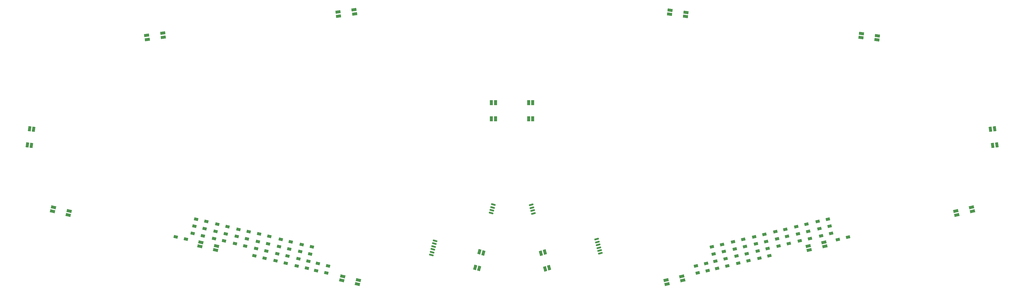
<source format=gbr>
%TF.GenerationSoftware,KiCad,Pcbnew,(6.0.1)*%
%TF.CreationDate,2022-02-27T14:39:43+09:00*%
%TF.ProjectId,ergotonic_f24,6572676f-746f-46e6-9963-5f6632342e6b,rev?*%
%TF.SameCoordinates,Original*%
%TF.FileFunction,Paste,Top*%
%TF.FilePolarity,Positive*%
%FSLAX46Y46*%
G04 Gerber Fmt 4.6, Leading zero omitted, Abs format (unit mm)*
G04 Created by KiCad (PCBNEW (6.0.1)) date 2022-02-27 14:39:43*
%MOMM*%
%LPD*%
G01*
G04 APERTURE LIST*
G04 Aperture macros list*
%AMRoundRect*
0 Rectangle with rounded corners*
0 $1 Rounding radius*
0 $2 $3 $4 $5 $6 $7 $8 $9 X,Y pos of 4 corners*
0 Add a 4 corners polygon primitive as box body*
4,1,4,$2,$3,$4,$5,$6,$7,$8,$9,$2,$3,0*
0 Add four circle primitives for the rounded corners*
1,1,$1+$1,$2,$3*
1,1,$1+$1,$4,$5*
1,1,$1+$1,$6,$7*
1,1,$1+$1,$8,$9*
0 Add four rect primitives between the rounded corners*
20,1,$1+$1,$2,$3,$4,$5,0*
20,1,$1+$1,$4,$5,$6,$7,0*
20,1,$1+$1,$6,$7,$8,$9,0*
20,1,$1+$1,$8,$9,$2,$3,0*%
%AMRotRect*
0 Rectangle, with rotation*
0 The origin of the aperture is its center*
0 $1 length*
0 $2 width*
0 $3 Rotation angle, in degrees counterclockwise*
0 Add horizontal line*
21,1,$1,$2,0,0,$3*%
G04 Aperture macros list end*
%ADD10RotRect,1.400000X1.000000X166.500000*%
%ADD11RotRect,1.400000X1.000000X193.500000*%
%ADD12RotRect,1.700000X1.000000X262.000000*%
%ADD13RotRect,1.700000X1.000000X285.120000*%
%ADD14RotRect,1.700000X1.000000X352.000000*%
%ADD15RoundRect,0.150000X0.642490X0.018219X0.564237X0.307833X-0.642490X-0.018219X-0.564237X-0.307833X0*%
%ADD16RotRect,1.700000X1.000000X8.000000*%
%ADD17RotRect,1.700000X1.000000X74.880000*%
%ADD18RotRect,1.700000X1.000000X346.500000*%
%ADD19R,1.000000X1.700000*%
%ADD20RotRect,1.700000X1.000000X13.500000*%
%ADD21RoundRect,0.150000X0.564237X-0.307833X0.642490X-0.018219X-0.564237X0.307833X-0.642490X0.018219X0*%
%ADD22RoundRect,0.150000X-0.564237X0.307833X-0.642490X0.018219X0.564237X-0.307833X0.642490X-0.018219X0*%
%ADD23RotRect,1.700000X1.000000X98.000000*%
G04 APERTURE END LIST*
D10*
%TO.C,D14*%
X-84178043Y-89662366D03*
X-87629957Y-88833634D03*
%TD*%
D11*
%TO.C,D28*%
X72027957Y-87419634D03*
X68576043Y-88248366D03*
%TD*%
%TO.C,D34*%
X80373957Y-90558634D03*
X76922043Y-91387366D03*
%TD*%
D12*
%TO.C,LED_7*%
X-163511538Y-51225658D03*
X-164897914Y-51030816D03*
X-164132462Y-45584342D03*
X-162746086Y-45779184D03*
%TD*%
D11*
%TO.C,D42*%
X100157957Y-78095634D03*
X96706043Y-78924366D03*
%TD*%
D13*
%TO.C,LED_11*%
X12582081Y-92915210D03*
X11230547Y-93280389D03*
X9795919Y-87970790D03*
X11147453Y-87605611D03*
%TD*%
D14*
%TO.C,LED_8*%
X124286658Y-13879538D03*
X124091816Y-15265914D03*
X118645342Y-14500462D03*
X118840184Y-13114086D03*
%TD*%
D10*
%TO.C,D24*%
X-63189043Y-94713366D03*
X-66640957Y-93884634D03*
%TD*%
%TO.C,D5*%
X-96783043Y-78922366D03*
X-100234957Y-78093634D03*
%TD*%
%TO.C,D4*%
X-110933043Y-83190366D03*
X-114384957Y-82361634D03*
%TD*%
D15*
%TO.C,J6*%
X30033234Y-88013839D03*
X29772393Y-87048457D03*
X29511551Y-86083076D03*
X29250710Y-85117694D03*
X28989868Y-84152313D03*
X28729027Y-83186931D03*
%TD*%
D11*
%TO.C,D47*%
X108560957Y-81219634D03*
X105109043Y-82048366D03*
%TD*%
%TO.C,D33*%
X79789957Y-88127634D03*
X76338043Y-88956366D03*
%TD*%
%TO.C,D27*%
X71444957Y-84988634D03*
X67993043Y-85817366D03*
%TD*%
%TO.C,D26*%
X66563956Y-93885634D03*
X63112042Y-94714366D03*
%TD*%
D10*
%TO.C,D10*%
X-90772043Y-85508366D03*
X-94223957Y-84679634D03*
%TD*%
%TO.C,D23*%
X-62606042Y-92282366D03*
X-66057956Y-91453634D03*
%TD*%
%TO.C,D18*%
X-77000043Y-91385366D03*
X-80451957Y-90556634D03*
%TD*%
%TO.C,D13*%
X-83594043Y-87231366D03*
X-87045957Y-86402634D03*
%TD*%
D16*
%TO.C,LED_1*%
X-53747184Y-5032086D03*
X-53552342Y-6418462D03*
X-58998816Y-7183914D03*
X-59193658Y-5797538D03*
%TD*%
D11*
%TO.C,D39*%
X92978957Y-79818634D03*
X89527043Y-80647366D03*
%TD*%
D10*
%TO.C,D1*%
X-104018043Y-77186366D03*
X-107469957Y-76357634D03*
%TD*%
D11*
%TO.C,D43*%
X100740957Y-80526634D03*
X97289043Y-81355366D03*
%TD*%
%TO.C,D32*%
X79206957Y-85696634D03*
X75755043Y-86525366D03*
%TD*%
D17*
%TO.C,LED_3*%
X-11147453Y-87501611D03*
X-9795919Y-87866790D03*
X-11230547Y-93176389D03*
X-12582081Y-92811210D03*
%TD*%
D14*
%TO.C,LED_9*%
X59193658Y-5919538D03*
X58998816Y-7305914D03*
X53552342Y-6540462D03*
X53747184Y-5154086D03*
%TD*%
D11*
%TO.C,D37*%
X86967957Y-86403634D03*
X83516043Y-87232366D03*
%TD*%
D18*
%TO.C,LED_5*%
X-100542571Y-85536316D03*
X-100869394Y-86897634D03*
X-106217429Y-85613684D03*
X-105890606Y-84252366D03*
%TD*%
D11*
%TO.C,D36*%
X86384957Y-83972634D03*
X82933043Y-84801366D03*
%TD*%
D10*
%TO.C,D20*%
X-68654043Y-88247366D03*
X-72105957Y-87418634D03*
%TD*%
%TO.C,D8*%
X-89605043Y-80646366D03*
X-93056957Y-79817634D03*
%TD*%
%TO.C,D17*%
X-76416043Y-88954366D03*
X-79867957Y-88125634D03*
%TD*%
D11*
%TO.C,D45*%
X107393957Y-76357634D03*
X103942043Y-77186366D03*
%TD*%
D19*
%TO.C,LED_2*%
X-7022000Y-36647000D03*
X-5622000Y-36647000D03*
X-5622000Y-42147000D03*
X-7022000Y-42147000D03*
%TD*%
D20*
%TO.C,LED_14*%
X156275606Y-72302366D03*
X156602429Y-73663684D03*
X151254394Y-74947634D03*
X150927571Y-73586316D03*
%TD*%
D11*
%TO.C,D44*%
X101324957Y-82957634D03*
X97873043Y-83786366D03*
%TD*%
D10*
%TO.C,D2*%
X-104602043Y-79617366D03*
X-108053957Y-78788634D03*
%TD*%
D11*
%TO.C,D40*%
X93562957Y-82249634D03*
X90111043Y-83078366D03*
%TD*%
D10*
%TO.C,D22*%
X-69821043Y-93109366D03*
X-73272957Y-92280634D03*
%TD*%
D11*
%TO.C,D35*%
X85800957Y-81541634D03*
X82349043Y-82370366D03*
%TD*%
D10*
%TO.C,D16*%
X-75832043Y-86523366D03*
X-79283957Y-85694634D03*
%TD*%
%TO.C,D21*%
X-69238043Y-90678366D03*
X-72689957Y-89849634D03*
%TD*%
%TO.C,D3*%
X-105185043Y-82048366D03*
X-108636957Y-81219634D03*
%TD*%
%TO.C,D9*%
X-90189043Y-83077366D03*
X-93640957Y-82248634D03*
%TD*%
%TO.C,D11*%
X-82547043Y-82244366D03*
X-85998957Y-81415634D03*
%TD*%
D11*
%TO.C,D48*%
X114261957Y-82470634D03*
X110810043Y-83299366D03*
%TD*%
D10*
%TO.C,D12*%
X-83011043Y-84800366D03*
X-86462957Y-83971634D03*
%TD*%
D19*
%TO.C,LED_10*%
X7022000Y-42147000D03*
X5622000Y-42147000D03*
X5622000Y-36647000D03*
X7022000Y-36647000D03*
%TD*%
D10*
%TO.C,D19*%
X-68071043Y-85816366D03*
X-71522957Y-84987634D03*
%TD*%
D21*
%TO.C,J3*%
X-27474973Y-88582069D03*
X-27214132Y-87616687D03*
X-26953290Y-86651306D03*
X-26692449Y-85685924D03*
X-26431607Y-84720543D03*
X-26170766Y-83755161D03*
%TD*%
D11*
%TO.C,D31*%
X78622957Y-83265634D03*
X75171043Y-84094366D03*
%TD*%
D10*
%TO.C,D15*%
X-75249043Y-84092366D03*
X-78700957Y-83263634D03*
%TD*%
%TO.C,D6*%
X-97367043Y-81353366D03*
X-100818957Y-80524634D03*
%TD*%
D11*
%TO.C,D38*%
X87551957Y-88834634D03*
X84100043Y-89663366D03*
%TD*%
D20*
%TO.C,LED_13*%
X106105606Y-84252366D03*
X106432429Y-85613684D03*
X101084394Y-86897634D03*
X100757571Y-85536316D03*
%TD*%
D18*
%TO.C,LED_6*%
X-150656571Y-73586316D03*
X-150983394Y-74947634D03*
X-156331429Y-73663684D03*
X-156004606Y-72302366D03*
%TD*%
%TO.C,LED_4*%
X-52237571Y-97138316D03*
X-52564394Y-98499634D03*
X-57912429Y-97215684D03*
X-57585606Y-95854366D03*
%TD*%
D10*
%TO.C,D7*%
X-97951043Y-83784366D03*
X-101402957Y-82955634D03*
%TD*%
D16*
%TO.C,LED_0*%
X-118840184Y-12994086D03*
X-118645342Y-14380462D03*
X-124091816Y-15145914D03*
X-124286658Y-13759538D03*
%TD*%
D11*
%TO.C,D25*%
X65979957Y-91454634D03*
X62528043Y-92283366D03*
%TD*%
%TO.C,D46*%
X107976957Y-78788634D03*
X104525043Y-79617366D03*
%TD*%
D22*
%TO.C,J2*%
X-6382868Y-71409313D03*
X-6643710Y-72374694D03*
X-6904551Y-73340076D03*
X-7165393Y-74305457D03*
%TD*%
D23*
%TO.C,LED_15*%
X162746086Y-45779184D03*
X164132462Y-45584342D03*
X164897914Y-51030816D03*
X163511538Y-51225658D03*
%TD*%
D11*
%TO.C,D41*%
X94146957Y-84680634D03*
X90695043Y-85509366D03*
%TD*%
D15*
%TO.C,J5*%
X7256393Y-74403457D03*
X6995551Y-73438076D03*
X6734710Y-72472694D03*
X6473868Y-71507313D03*
%TD*%
D20*
%TO.C,LED_12*%
X57754606Y-95854366D03*
X58081429Y-97215684D03*
X52733394Y-98499634D03*
X52406571Y-97138316D03*
%TD*%
D11*
%TO.C,D30*%
X73195957Y-92281634D03*
X69744043Y-93110366D03*
%TD*%
%TO.C,D29*%
X72611957Y-89850634D03*
X69160043Y-90679366D03*
%TD*%
M02*

</source>
